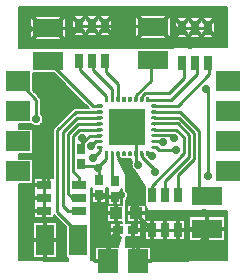
<source format=gtl>
G04 DipTrace 2.4.0.2*
%INSocialLight.gtl*%
%MOIN*%
%ADD13C,0.01*%
%ADD14C,0.006*%
%ADD15C,0.013*%
%ADD19R,0.124X0.124*%
%ADD20C,0.028*%
%ADD21R,0.0276X0.0354*%
%ADD23R,0.0276X0.0512*%
%ADD25R,0.1024X0.063*%
%ADD27R,0.0512X0.0276*%
%ADD29R,0.063X0.1024*%
%ADD30R,0.0354X0.0276*%
%ADD31R,0.0433X0.0394*%
%ADD32R,0.08X0.0669*%
%ADD33R,0.0669X0.08*%
%ADD34C,0.028*%
%FSLAX44Y44*%
G04*
G70*
G90*
G75*
G01*
%LNTop*%
%LPD*%
X7160Y6097D2*
D13*
Y5592D1*
X7219Y5533D1*
Y5027D1*
X7262Y4983D1*
X7160Y6097D2*
X6690D1*
X6635Y6151D1*
Y5697D1*
Y5163D1*
Y4930D1*
X6973Y4592D1*
Y3973D1*
X6937Y3937D1*
X6973Y4592D2*
Y4695D1*
X7262Y4983D1*
X7869Y7531D2*
Y7238D1*
X7957Y7150D1*
X7375Y6131D2*
X7160D1*
Y6097D1*
X7869Y7531D2*
Y8131D1*
X7574Y8427D1*
X6742Y5697D2*
X6635D1*
X6762Y5163D2*
X6635D1*
Y6663D2*
Y7056D1*
Y7108D1*
X6880Y7353D1*
Y7526D1*
X6885Y7531D1*
X6635Y7108D2*
X6108D1*
X6048Y7168D1*
X7278Y7531D2*
Y7407D1*
X7853Y6833D1*
Y5828D1*
Y5568D1*
X7888Y5533D1*
Y5098D1*
X7774Y4983D1*
X7888Y5533D2*
Y5507D1*
X8413Y4982D1*
X7774Y4983D2*
Y4565D1*
Y4100D1*
X7937Y3937D1*
X8413Y4982D2*
X8846D1*
X9279D1*
X10150D1*
X10205D1*
X10251Y5027D1*
X4809Y6480D2*
Y6047D1*
Y5614D1*
Y4694D1*
X4850Y4653D1*
X6622Y7056D2*
X6635D1*
X4809Y6047D2*
X4439D1*
X4425Y6032D1*
X7839Y5828D2*
X7853D1*
X10150Y4616D2*
Y4982D1*
X10267Y6785D2*
Y9635D1*
X10216Y9687D1*
X4936Y11714D2*
X4373D1*
X4324Y11665D1*
X9419Y11720D2*
X9230D1*
X9168Y11658D1*
X5107Y9848D2*
Y9543D1*
X5174D1*
Y9144D1*
X4947Y8917D1*
Y6618D1*
X4809Y6480D1*
X4936Y11714D2*
X5906D1*
X5975Y11783D1*
X6408D1*
X6841D1*
X8403D1*
X8441Y11745D1*
X9419Y11720D2*
X9852D1*
X10286D1*
X7853Y4565D2*
X7774D1*
X5128Y9543D2*
X5107D1*
X9347Y4278D2*
X9783D1*
X9827Y4235D1*
X10280D1*
X10304Y4258D1*
X10694D1*
X10711Y4242D1*
X10304Y4258D2*
Y4462D1*
X10150Y4616D1*
X4361Y5339D2*
Y5098D1*
X4197Y4934D1*
Y5699D1*
X4185Y5712D1*
X4876Y10090D2*
Y9899D1*
X4681Y9704D1*
X5107Y9848D2*
Y9859D1*
X4876Y10090D1*
X5128Y9543D2*
Y9827D1*
X5107Y9848D1*
X7160Y6608D2*
X7089D1*
Y7524D1*
X7082Y7531D1*
X6048Y7680D2*
Y7837D1*
X6176Y7965D1*
X6331Y8121D1*
X6667D1*
X6678Y8131D1*
X6070Y8046D2*
X6151Y7965D1*
X6176D1*
X4558Y8674D2*
Y9316D1*
X3937Y9937D1*
X6678Y7934D2*
X6540D1*
X6389Y7784D1*
X6678Y7738D2*
Y7608D1*
X6445Y7375D1*
X8066Y7531D2*
Y7402D1*
X8493Y6976D1*
Y6900D1*
X8263Y7531D2*
X8306D1*
X8399Y7438D1*
X8469Y7738D2*
X8556D1*
X8648Y7645D1*
X9212D1*
X9222Y7634D1*
X8469Y7934D2*
X8735D1*
X8767Y7902D1*
X8469Y8131D2*
X8616D1*
X8638Y8154D1*
X9036D1*
X9127Y8063D1*
X8413Y6143D2*
Y6464D1*
X9484Y7535D1*
Y8068D1*
X9225Y8327D1*
X8470D1*
X8469Y8328D1*
X8846Y6143D2*
Y6620D1*
X9653Y7426D1*
Y8141D1*
X9259Y8534D1*
X8479D1*
X8469Y8525D1*
X9279Y6143D2*
Y6816D1*
X9821Y7358D1*
Y8200D1*
X9310Y8711D1*
X8480D1*
X8469Y8722D1*
Y8919D2*
X9348D1*
X9986Y8281D1*
Y6394D1*
X10251Y6130D1*
X8469Y9116D2*
X9273D1*
X10322Y10165D1*
Y10523D1*
X10286Y10559D1*
X8263Y9322D2*
X9054D1*
X9899Y10168D1*
Y10513D1*
X9852Y10559D1*
X8066Y9322D2*
Y9431D1*
X8170Y9535D1*
X8982D1*
X9480Y10032D1*
Y10499D1*
X9419Y10559D1*
X7869Y9322D2*
Y9465D1*
X8364Y9960D1*
Y10565D1*
X8441Y10643D1*
X7278Y9322D2*
Y9847D1*
X6863Y10262D1*
Y10599D1*
X6841Y10622D1*
X7082Y9322D2*
Y9671D1*
X6442Y10311D1*
Y10588D1*
X6408Y10622D1*
X6885Y9322D2*
Y9438D1*
X5995Y10328D1*
Y10602D1*
X5975Y10622D1*
X6678Y9116D2*
X6433D1*
X4936Y10612D1*
X5953Y4653D2*
Y4879D1*
X5252Y5580D1*
Y8298D1*
X5863Y8908D1*
X6667D1*
X6678Y8919D1*
Y8722D2*
X5905D1*
X5427Y8244D1*
Y5771D1*
X5598Y5601D1*
X5958D1*
X5970Y5614D1*
Y6480D2*
Y6731D1*
X5778Y6924D1*
Y8120D1*
X5961Y8304D1*
X6653D1*
X6678Y8328D1*
X5970Y6047D2*
X5757D1*
X5593Y6211D1*
Y8175D1*
X5942Y8524D1*
X6677D1*
X6678Y8525D1*
D34*
X6389Y7784D3*
X6445Y7375D3*
X7957Y7150D3*
X8493Y6900D3*
X8399Y7438D3*
X9222Y7634D3*
X8767Y7902D3*
X9127Y8063D3*
X6070Y8046D3*
X4558Y8674D3*
X6622Y7056D3*
X4425Y6032D3*
X7839Y5828D3*
X7375Y6131D3*
X5107Y9848D3*
X10216Y9687D3*
X10267Y6785D3*
X10150Y4616D3*
X4324Y11665D3*
X9168Y11658D3*
X4361Y5339D3*
X4291Y4495D3*
X4681Y9704D3*
X5632Y11673D3*
X7432D3*
X9662Y11161D3*
X10148Y5554D3*
X9347Y4278D3*
X8852Y4306D3*
X7853Y4565D3*
X6742Y5697D3*
X6762Y5163D3*
X4876Y10090D3*
X5128Y9543D3*
X4185Y5712D3*
X4197Y4934D3*
X10304Y4258D3*
X9827Y4235D3*
X10711Y4242D3*
X3977Y12350D2*
D14*
X10895D1*
X3976Y12292D2*
X10895D1*
X3976Y12233D2*
X10895D1*
X3976Y12175D2*
X10894D1*
X3976Y12116D2*
X4326D1*
X5546D2*
X5739D1*
X7077D2*
X7831D1*
X9051D2*
X10894D1*
X3976Y12058D2*
X4326D1*
X5546D2*
X5739D1*
X7077D2*
X7831D1*
X9051D2*
X9184D1*
X10521D2*
X10894D1*
X3975Y11999D2*
X4326D1*
X5546D2*
X5739D1*
X7077D2*
X7831D1*
X9051D2*
X9184D1*
X10521D2*
X10894D1*
X3975Y11941D2*
X4326D1*
X5546D2*
X5739D1*
X7077D2*
X7831D1*
X9051D2*
X9184D1*
X10521D2*
X10894D1*
X3975Y11882D2*
X4326D1*
X5546D2*
X5739D1*
X7077D2*
X7831D1*
X9051D2*
X9184D1*
X10521D2*
X10894D1*
X3975Y11824D2*
X4326D1*
X5546D2*
X5739D1*
X7077D2*
X7831D1*
X9051D2*
X9184D1*
X10521D2*
X10894D1*
X3975Y11765D2*
X4326D1*
X5546D2*
X5739D1*
X7077D2*
X7831D1*
X9051D2*
X9184D1*
X10521D2*
X10893D1*
X3974Y11707D2*
X4326D1*
X5546D2*
X5739D1*
X7077D2*
X7831D1*
X9051D2*
X9184D1*
X10521D2*
X10893D1*
X3974Y11648D2*
X4326D1*
X5546D2*
X5739D1*
X7077D2*
X7831D1*
X9051D2*
X9184D1*
X10521D2*
X10893D1*
X3974Y11590D2*
X4326D1*
X5546D2*
X5739D1*
X7077D2*
X7831D1*
X9051D2*
X9184D1*
X10521D2*
X10893D1*
X3974Y11531D2*
X4326D1*
X5546D2*
X5739D1*
X7077D2*
X7831D1*
X9051D2*
X9184D1*
X10521D2*
X10893D1*
X3974Y11473D2*
X4326D1*
X5546D2*
X5739D1*
X7077D2*
X7831D1*
X9051D2*
X9184D1*
X10521D2*
X10893D1*
X3974Y11414D2*
X4326D1*
X5546D2*
X7831D1*
X9051D2*
X9184D1*
X10521D2*
X10893D1*
X3973Y11355D2*
X4326D1*
X5546D2*
X7831D1*
X9051D2*
X10893D1*
X3973Y11297D2*
X10892D1*
X3973Y11238D2*
X10892D1*
X3973Y11180D2*
X10892D1*
X3973Y11121D2*
X10892D1*
X3973Y11063D2*
X8480D1*
X10061Y12069D2*
X10516D1*
Y11372D1*
X9189D1*
Y12069D1*
X10061D1*
X6617Y12132D2*
X7071D1*
Y11435D1*
X5745D1*
Y12132D1*
X6617D1*
X4338Y12121D2*
X5541D1*
Y11307D1*
X4332D1*
Y12121D1*
X4338D1*
X7843Y12152D2*
X9045D1*
Y11338D1*
X7837D1*
Y12152D1*
X7843D1*
X3971Y12379D2*
X3967Y11054D1*
X7378Y11061D1*
X10898Y11068D1*
X10901Y12402D1*
X3971Y12409D1*
Y12379D1*
X10056Y12068D2*
D15*
X10515Y11372D1*
Y12068D2*
X10056Y11372D1*
X9623Y12068D2*
X10082Y11372D1*
Y12068D2*
X9623Y11372D1*
X9189Y12068D2*
X9649Y11372D1*
Y12068D2*
X9189Y11372D1*
X6611Y12131D2*
X7071Y11435D1*
Y12131D2*
X6611Y11435D1*
X6178Y12131D2*
X6638Y11435D1*
Y12131D2*
X6178Y11435D1*
X5745Y12131D2*
X6205Y11435D1*
Y12131D2*
X5745Y11435D1*
X4333Y12121D2*
X5540Y11307D1*
Y12121D2*
X4333Y11307D1*
X7837Y12152D2*
X9045Y11338D1*
Y12152D2*
X7837Y11338D1*
X4435Y10181D2*
D14*
X5160D1*
X4435Y10123D2*
X5218D1*
X4435Y10064D2*
X5277D1*
X4435Y10006D2*
X5335D1*
X4435Y9947D2*
X5394D1*
X4435Y9889D2*
X5453D1*
X4435Y9830D2*
X5511D1*
X4435Y9772D2*
X5569D1*
X4435Y9713D2*
X5627D1*
X4435Y9655D2*
X5686D1*
X4485Y9596D2*
X5745D1*
X4544Y9538D2*
X5803D1*
X4602Y9479D2*
X5862D1*
X4660Y9421D2*
X5920D1*
X4698Y9362D2*
X5979D1*
X4705Y9303D2*
X6038D1*
X4705Y9245D2*
X6096D1*
X4705Y9186D2*
X6155D1*
X4705Y9128D2*
X6213D1*
X4705Y9069D2*
X6272D1*
X4705Y9011D2*
X5758D1*
X4705Y8952D2*
X5699D1*
X4705Y8894D2*
X5641D1*
X4731Y8835D2*
X5583D1*
X4772Y8777D2*
X5525D1*
X4791Y8718D2*
X5466D1*
X4795Y8660D2*
X5407D1*
X4784Y8601D2*
X5349D1*
X4755Y8543D2*
X5290D1*
X3974Y8484D2*
X4418D1*
X4697D2*
X5232D1*
X3974Y8426D2*
X5173D1*
X3974Y8367D2*
X5123D1*
X4435Y8308D2*
X5105D1*
X4435Y8250D2*
X5104D1*
X4435Y8191D2*
X5104D1*
X4435Y8133D2*
X5104D1*
X4435Y8074D2*
X5104D1*
X4435Y8016D2*
X5104D1*
X4435Y7957D2*
X5104D1*
X4435Y7899D2*
X5104D1*
X4435Y7840D2*
X5104D1*
X4435Y7782D2*
X5104D1*
X4435Y7723D2*
X5104D1*
X4435Y7665D2*
X5104D1*
X4435Y7606D2*
X5104D1*
X4435Y7548D2*
X5104D1*
X3975Y7489D2*
X5104D1*
X3975Y7431D2*
X5104D1*
X3975Y7372D2*
X5104D1*
X4435Y7313D2*
X5104D1*
X4435Y7255D2*
X5104D1*
X4435Y7196D2*
X5104D1*
X4435Y7138D2*
X5104D1*
X4435Y7079D2*
X5104D1*
X4435Y7021D2*
X5104D1*
X4435Y6962D2*
X5104D1*
X4435Y6904D2*
X5104D1*
X4435Y6845D2*
X5104D1*
X4435Y6787D2*
X5104D1*
X4435Y6728D2*
X5104D1*
X3976Y6494D2*
X4455D1*
X3976Y6436D2*
X4455D1*
X3976Y6377D2*
X4455D1*
X3976Y6318D2*
X4455D1*
X3976Y6260D2*
X4455D1*
X3976Y6201D2*
X4455D1*
X3976Y6143D2*
X4455D1*
X3976Y6084D2*
X4455D1*
X3976Y6026D2*
X4455D1*
X3976Y5967D2*
X4455D1*
X3976Y5909D2*
X4455D1*
X3976Y5850D2*
X4455D1*
X3976Y5792D2*
X4455D1*
X3976Y5733D2*
X4455D1*
X3976Y5675D2*
X4455D1*
X3976Y5616D2*
X4455D1*
X3976Y5558D2*
X4455D1*
X3976Y5499D2*
X4455D1*
X3976Y5440D2*
X4455D1*
X3976Y5382D2*
X5243D1*
X3976Y5323D2*
X5301D1*
X3976Y5265D2*
X5360D1*
X3976Y5206D2*
X4437D1*
X5264D2*
X5419D1*
X3976Y5148D2*
X4437D1*
X5264D2*
X5477D1*
X3976Y5089D2*
X4437D1*
X5264D2*
X5536D1*
X3976Y5031D2*
X4437D1*
X5264D2*
X5540D1*
X3976Y4972D2*
X4437D1*
X5264D2*
X5540D1*
X3976Y4914D2*
X4437D1*
X5264D2*
X5540D1*
X3976Y4855D2*
X4437D1*
X5264D2*
X5540D1*
X3976Y4797D2*
X4437D1*
X5264D2*
X5540D1*
X3977Y4738D2*
X4437D1*
X5264D2*
X5540D1*
X3977Y4680D2*
X4437D1*
X5264D2*
X5540D1*
X3977Y4621D2*
X4437D1*
X5264D2*
X5540D1*
X3977Y4563D2*
X4437D1*
X5264D2*
X5540D1*
X3977Y4504D2*
X4437D1*
X5264D2*
X5540D1*
X3977Y4445D2*
X4437D1*
X5264D2*
X5540D1*
X3977Y4387D2*
X4437D1*
X5264D2*
X5540D1*
X3977Y4328D2*
X4437D1*
X5264D2*
X5540D1*
X3977Y4270D2*
X4437D1*
X5264D2*
X5540D1*
X3977Y4211D2*
X4437D1*
X5264D2*
X5540D1*
X3977Y4153D2*
X4437D1*
X5264D2*
X5540D1*
X3977Y4094D2*
X4437D1*
X5264D2*
X5540D1*
X3977Y4036D2*
X5604D1*
X4094Y3977D2*
X5597D1*
X4467Y6710D2*
X5110D1*
Y8298D1*
X5113Y8327D1*
X5122Y8356D1*
X5134Y8377D1*
X5173Y8420D1*
X5762Y9009D1*
X5785Y9027D1*
X5812Y9041D1*
X5835Y9048D1*
X5892Y9050D1*
X6297D1*
X6057Y9290D1*
X5143Y10204D1*
X4429D1*
Y9736D1*
Y9645D1*
X4567Y9509D1*
X4658Y9417D1*
X4677Y9394D1*
X4691Y9367D1*
X4697Y9344D1*
X4700Y9287D1*
Y8857D1*
X4728Y8831D1*
X4747Y8808D1*
X4763Y8783D1*
X4775Y8755D1*
X4784Y8727D1*
X4789Y8697D1*
X4790Y8674D1*
X4788Y8644D1*
X4782Y8615D1*
X4773Y8586D1*
X4760Y8559D1*
X4743Y8534D1*
X4724Y8512D1*
X4702Y8492D1*
X4677Y8475D1*
X4651Y8461D1*
X4622Y8451D1*
X4593Y8444D1*
X4563Y8442D1*
X4534Y8443D1*
X4504Y8448D1*
X4475Y8457D1*
X4448Y8469D1*
X4423Y8485D1*
X4394Y8510D1*
X3968D1*
X3969Y8364D1*
X4429D1*
Y7510D1*
X3968D1*
X3969Y7363D1*
X4429Y7364D1*
Y6510D1*
X3970D1*
Y6080D1*
X3971Y3978D1*
X5599Y3961D1*
X5612Y4048D1*
X5545D1*
Y5085D1*
X5157Y5473D1*
Y5383D1*
X4461D1*
Y6710D1*
X4467D1*
X4449Y5257D2*
X5258D1*
Y4048D1*
X4443D1*
Y5257D1*
X4449D1*
X4809Y6710D2*
D15*
Y6480D1*
X4461D2*
X4809D1*
X4461Y6047D2*
X4809D1*
Y5614D2*
Y5384D1*
X4461Y5614D2*
X4809D1*
X4850Y5257D2*
Y4049D1*
X4443Y4653D2*
X5257D1*
X7304Y7308D2*
D14*
X7721D1*
X7333Y7250D2*
X7721D1*
X7361Y7191D2*
X7722D1*
X7389Y7133D2*
X7719D1*
X7417Y7074D2*
X7731D1*
X7445Y7016D2*
X7761D1*
X7473Y6957D2*
X7821D1*
X7502Y6899D2*
X7875D1*
X7530Y6840D2*
X7913D1*
X7552Y6782D2*
X7950D1*
X7552Y6723D2*
X7987D1*
X7552Y6665D2*
X8025D1*
X7551Y6606D2*
X8062D1*
X7551Y6548D2*
X8100D1*
X7551Y6489D2*
X8137D1*
X7551Y6430D2*
X8175D1*
X7551Y6372D2*
X8177D1*
X7551Y6313D2*
X8177D1*
X7578Y6255D2*
X8177D1*
X7604Y6196D2*
X8177D1*
X7613Y6138D2*
X8177D1*
X7608Y6079D2*
X8177D1*
X7585Y6021D2*
X8177D1*
X7550Y5962D2*
X8177D1*
X7549Y5904D2*
X8177D1*
X7549Y5845D2*
X8177D1*
X8202Y5611D2*
X10915D1*
X8202Y5553D2*
X10915D1*
X8202Y5494D2*
X10914D1*
X8202Y5435D2*
X10914D1*
X8202Y5377D2*
X9641D1*
X10861D2*
X10914D1*
X9515Y5318D2*
X9641D1*
X10861D2*
X10914D1*
X9515Y5260D2*
X9641D1*
X10861D2*
X10914D1*
X8049Y5201D2*
X8177D1*
X9515D2*
X9641D1*
X10861D2*
X10914D1*
X8049Y5143D2*
X8177D1*
X9515D2*
X9641D1*
X10861D2*
X10914D1*
X8049Y5084D2*
X8177D1*
X9515D2*
X9641D1*
X10861D2*
X10914D1*
X8049Y5026D2*
X8177D1*
X9515D2*
X9641D1*
X10861D2*
X10914D1*
X8049Y4967D2*
X8177D1*
X9515D2*
X9641D1*
X10861D2*
X10914D1*
X8049Y4909D2*
X8177D1*
X9515D2*
X9641D1*
X10861D2*
X10914D1*
X8049Y4850D2*
X8177D1*
X9515D2*
X9641D1*
X10861D2*
X10914D1*
X8049Y4792D2*
X8177D1*
X9515D2*
X9641D1*
X10861D2*
X10914D1*
X7546Y4733D2*
X8177D1*
X9515D2*
X9641D1*
X10861D2*
X10913D1*
X7546Y4675D2*
X8177D1*
X9515D2*
X9641D1*
X10861D2*
X10913D1*
X7546Y4616D2*
X10913D1*
X7546Y4558D2*
X10913D1*
X7546Y4499D2*
X10913D1*
X7545Y4440D2*
X10913D1*
X8370Y4382D2*
X10913D1*
X8370Y4323D2*
X10913D1*
X8370Y4265D2*
X10913D1*
X8370Y4206D2*
X10913D1*
X8370Y4148D2*
X10913D1*
X8370Y4089D2*
X10913D1*
X8370Y4031D2*
X10913D1*
X8370Y3972D2*
X10912D1*
X7303Y7350D2*
X7278D1*
X7543Y6801D1*
X7546Y6789D1*
X7544Y6290D1*
X7565Y6266D1*
X7580Y6240D1*
X7593Y6213D1*
X7601Y6184D1*
X7606Y6155D1*
X7607Y6131D1*
X7605Y6101D1*
X7600Y6072D1*
X7590Y6044D1*
X7577Y6017D1*
X7561Y5992D1*
X7543Y5971D1*
X7542Y5213D1*
X7738D1*
X8043D1*
Y4753D1*
X7540D1*
Y4429D1*
X8364D1*
Y3957D1*
X10919Y3969D1*
X10921Y5626D1*
X8270Y5623D1*
X8245Y5638D1*
X8241Y5647D1*
X8213Y5795D1*
X8197Y5792D1*
Y5330D1*
X9077D1*
X9510D1*
Y4633D1*
X8183D1*
Y5244D1*
X7579Y5243D1*
Y5822D1*
X8183D1*
Y6428D1*
X7854Y6941D1*
X7822Y6961D1*
X7799Y6980D1*
X7778Y7001D1*
X7760Y7025D1*
X7746Y7052D1*
X7735Y7079D1*
X7728Y7108D1*
X7725Y7138D1*
Y7168D1*
X7731Y7204D1*
X7727Y7238D1*
X7725Y7325D1*
X7720Y7350D1*
X7617D1*
X7583Y7357D1*
X7524Y7350D1*
X7421D1*
X7386Y7357D1*
X7328Y7350D1*
X7303D1*
X9653Y5435D2*
X10855D1*
Y4620D1*
X9647D1*
Y5435D1*
X9653D1*
X8413Y5330D2*
D15*
Y4634D1*
X8183Y4982D2*
X8413D1*
X8846Y5330D2*
Y4634D1*
X9279Y5330D2*
Y4634D1*
Y4982D2*
X9509D1*
X10251Y5434D2*
Y4620D1*
X9647Y5027D2*
X10855D1*
X7774Y5213D2*
Y4753D1*
Y4983D2*
X8043D1*
X7888Y5822D2*
Y5243D1*
X7579Y5533D2*
X8197D1*
X7937Y4429D2*
Y3937D1*
X8364D1*
X6871Y6315D2*
D14*
X6924D1*
X6871Y6257D2*
X6924D1*
X6871Y6198D2*
X6924D1*
X6871Y6140D2*
X6924D1*
X6871Y6081D2*
X6924D1*
X6871Y6023D2*
X6924D1*
X6871Y5964D2*
X6924D1*
X6871Y5906D2*
X6924D1*
X6378Y5847D2*
X6924D1*
X6378Y5789D2*
X6904D1*
X6378Y5730D2*
X6904D1*
X6378Y5672D2*
X6904D1*
X6378Y5613D2*
X6904D1*
X6378Y5555D2*
X6904D1*
X6378Y5496D2*
X6904D1*
X6378Y5438D2*
X6904D1*
X6378Y5379D2*
X6904D1*
X6378Y5320D2*
X6904D1*
X6378Y5262D2*
X6904D1*
X6378Y5203D2*
X6986D1*
X6378Y5145D2*
X6986D1*
X6378Y5086D2*
X6986D1*
X6378Y5028D2*
X6986D1*
X6378Y4969D2*
X6986D1*
X6378Y4911D2*
X6986D1*
X6378Y4852D2*
X6986D1*
X6378Y4794D2*
X6986D1*
X6378Y4735D2*
X7363D1*
X6378Y4677D2*
X7346D1*
X6378Y4618D2*
X7330D1*
X6378Y4560D2*
X7313D1*
X6378Y4501D2*
X7295D1*
X6378Y4443D2*
X7278D1*
X6378Y4384D2*
X6504D1*
X6378Y4325D2*
X6504D1*
X6378Y4267D2*
X6504D1*
X6378Y4208D2*
X6504D1*
X6378Y4150D2*
X6504D1*
X6378Y4091D2*
X6504D1*
X6378Y4033D2*
X6504D1*
X6378Y3974D2*
X6504D1*
X7390Y6362D2*
Y5827D1*
X6929D1*
X6930Y6366D1*
X6864Y6368D1*
X6865Y6349D1*
Y5882D1*
X6405D1*
Y6373D1*
X6371Y6374D1*
Y3965D1*
X6510D1*
Y4429D1*
X7280D1*
X7375Y4753D1*
X6992D1*
Y5213D1*
X7406D1*
X7405Y5244D1*
X7384Y5243D1*
X6910D1*
Y5822D1*
X7413Y5823D1*
X7421Y5855D1*
X7422Y6361D1*
X7390Y6362D1*
X7389Y6339D1*
X7160Y6097D2*
D15*
Y5827D1*
X6930Y6097D2*
X7390D1*
X6635Y6151D2*
Y5882D1*
X6405Y6151D2*
X6865D1*
X7262Y5213D2*
Y4753D1*
X6993Y4983D2*
X7262D1*
X7219Y5822D2*
Y5243D1*
X6910Y5533D2*
X7219D1*
X6937Y4429D2*
Y3937D1*
X6510D2*
X6937D1*
G36*
X8428Y7792D2*
X8558D1*
Y7683D1*
X8428D1*
X8414Y7687D1*
X8402Y7694D1*
X8392Y7704D1*
X8385Y7716D1*
X8381Y7730D1*
Y7745D1*
X8385Y7759D1*
X8392Y7771D1*
X8402Y7781D1*
X8414Y7788D1*
X8428Y7792D1*
G37*
G36*
Y7989D2*
X8558D1*
Y7880D1*
X8428D1*
X8414Y7884D1*
X8402Y7891D1*
X8392Y7901D1*
X8385Y7913D1*
X8381Y7927D1*
Y7942D1*
X8385Y7956D1*
X8392Y7968D1*
X8402Y7978D1*
X8414Y7985D1*
X8428Y7989D1*
G37*
G36*
Y8186D2*
X8558D1*
Y8077D1*
X8428D1*
X8414Y8080D1*
X8402Y8088D1*
X8392Y8098D1*
X8385Y8110D1*
X8381Y8124D1*
Y8138D1*
X8385Y8153D1*
X8392Y8165D1*
X8402Y8175D1*
X8414Y8182D1*
X8428Y8186D1*
G37*
G36*
Y8383D2*
X8558D1*
Y8273D1*
X8428D1*
X8414Y8277D1*
X8402Y8284D1*
X8392Y8295D1*
X8385Y8307D1*
X8381Y8321D1*
Y8335D1*
X8385Y8349D1*
X8392Y8362D1*
X8402Y8372D1*
X8414Y8379D1*
X8428Y8383D1*
G37*
G36*
Y8580D2*
X8558D1*
Y8470D1*
X8428D1*
X8414Y8474D1*
X8402Y8481D1*
X8392Y8492D1*
X8385Y8504D1*
X8381Y8518D1*
Y8532D1*
X8385Y8546D1*
X8392Y8558D1*
X8402Y8569D1*
X8414Y8576D1*
X8428Y8580D1*
G37*
G36*
Y8777D2*
X8558D1*
Y8667D1*
X8428D1*
X8414Y8671D1*
X8402Y8678D1*
X8392Y8688D1*
X8385Y8701D1*
X8381Y8715D1*
Y8729D1*
X8385Y8743D1*
X8392Y8755D1*
X8402Y8766D1*
X8414Y8773D1*
X8428Y8777D1*
G37*
G36*
Y8973D2*
X8558D1*
Y8864D1*
X8428D1*
X8414Y8868D1*
X8402Y8875D1*
X8392Y8885D1*
X8385Y8897D1*
X8381Y8912D1*
Y8926D1*
X8385Y8940D1*
X8392Y8952D1*
X8402Y8962D1*
X8414Y8969D1*
X8428Y8973D1*
G37*
G36*
Y9170D2*
X8558D1*
Y9061D1*
X8428D1*
X8414Y9065D1*
X8402Y9072D1*
X8392Y9082D1*
X8385Y9094D1*
X8381Y9108D1*
Y9123D1*
X8385Y9137D1*
X8392Y9149D1*
X8402Y9159D1*
X8414Y9166D1*
X8428Y9170D1*
G37*
G36*
X8208Y9281D2*
Y9411D1*
X8317D1*
Y9281D1*
X8313Y9267D1*
X8306Y9255D1*
X8296Y9245D1*
X8284Y9238D1*
X8270Y9234D1*
X8256D1*
X8241Y9238D1*
X8229Y9245D1*
X8219Y9255D1*
X8212Y9267D1*
X8208Y9281D1*
G37*
G36*
X8011D2*
Y9411D1*
X8121D1*
Y9281D1*
X8117Y9267D1*
X8109Y9255D1*
X8099Y9245D1*
X8087Y9238D1*
X8073Y9234D1*
X8059D1*
X8045Y9238D1*
X8032Y9245D1*
X8022Y9255D1*
X8015Y9267D1*
X8011Y9281D1*
G37*
G36*
X7814D2*
Y9411D1*
X7924D1*
Y9281D1*
X7920Y9267D1*
X7913Y9255D1*
X7902Y9245D1*
X7890Y9238D1*
X7876Y9234D1*
X7862D1*
X7848Y9238D1*
X7835Y9245D1*
X7825Y9255D1*
X7818Y9267D1*
X7814Y9281D1*
G37*
G36*
X7617D2*
Y9411D1*
X7727D1*
Y9281D1*
X7723Y9267D1*
X7716Y9255D1*
X7706Y9245D1*
X7693Y9238D1*
X7679Y9234D1*
X7665D1*
X7651Y9238D1*
X7639Y9245D1*
X7628Y9255D1*
X7621Y9267D1*
X7617Y9281D1*
G37*
G36*
X7421D2*
Y9411D1*
X7530D1*
Y9281D1*
X7526Y9267D1*
X7519Y9255D1*
X7509Y9245D1*
X7496Y9238D1*
X7482Y9234D1*
X7468D1*
X7454Y9238D1*
X7442Y9245D1*
X7432Y9255D1*
X7424Y9267D1*
X7421Y9281D1*
G37*
G36*
X7224D2*
Y9411D1*
X7333D1*
Y9281D1*
X7329Y9267D1*
X7322Y9255D1*
X7312Y9245D1*
X7300Y9238D1*
X7285Y9234D1*
X7271D1*
X7257Y9238D1*
X7245Y9245D1*
X7235Y9255D1*
X7228Y9267D1*
X7224Y9281D1*
G37*
G36*
X7027D2*
Y9411D1*
X7136D1*
Y9281D1*
X7132Y9267D1*
X7125Y9255D1*
X7115Y9245D1*
X7103Y9238D1*
X7089Y9234D1*
X7074D1*
X7060Y9238D1*
X7048Y9245D1*
X7038Y9255D1*
X7031Y9267D1*
X7027Y9281D1*
G37*
G36*
X6830D2*
Y9411D1*
X6939D1*
Y9281D1*
X6935Y9267D1*
X6928Y9255D1*
X6918Y9245D1*
X6906Y9238D1*
X6892Y9234D1*
X6878D1*
X6863Y9238D1*
X6851Y9245D1*
X6841Y9255D1*
X6834Y9267D1*
X6830Y9281D1*
G37*
G36*
X6719Y9061D2*
X6589D1*
Y9170D1*
X6719D1*
X6733Y9166D1*
X6745Y9159D1*
X6756Y9149D1*
X6763Y9137D1*
X6767Y9123D1*
Y9108D1*
X6763Y9094D1*
X6756Y9082D1*
X6745Y9072D1*
X6733Y9065D1*
X6719Y9061D1*
G37*
G36*
Y8864D2*
X6589D1*
Y8973D1*
X6719D1*
X6733Y8969D1*
X6745Y8962D1*
X6756Y8952D1*
X6763Y8940D1*
X6767Y8926D1*
Y8912D1*
X6763Y8897D1*
X6756Y8885D1*
X6745Y8875D1*
X6733Y8868D1*
X6719Y8864D1*
G37*
G36*
Y8667D2*
X6589D1*
Y8777D1*
X6719D1*
X6733Y8773D1*
X6745Y8766D1*
X6756Y8755D1*
X6763Y8743D1*
X6767Y8729D1*
Y8715D1*
X6763Y8701D1*
X6756Y8688D1*
X6745Y8678D1*
X6733Y8671D1*
X6719Y8667D1*
G37*
G36*
Y8470D2*
X6589D1*
Y8580D1*
X6719D1*
X6733Y8576D1*
X6745Y8569D1*
X6756Y8558D1*
X6763Y8546D1*
X6767Y8532D1*
Y8518D1*
X6763Y8504D1*
X6756Y8492D1*
X6745Y8481D1*
X6733Y8474D1*
X6719Y8470D1*
G37*
G36*
Y8273D2*
X6589D1*
Y8383D1*
X6719D1*
X6733Y8379D1*
X6745Y8372D1*
X6756Y8362D1*
X6763Y8349D1*
X6767Y8335D1*
Y8321D1*
X6763Y8307D1*
X6756Y8295D1*
X6745Y8284D1*
X6733Y8277D1*
X6719Y8273D1*
G37*
G36*
Y8077D2*
X6589D1*
Y8186D1*
X6719D1*
X6733Y8182D1*
X6745Y8175D1*
X6756Y8165D1*
X6763Y8153D1*
X6767Y8138D1*
Y8124D1*
X6763Y8110D1*
X6756Y8098D1*
X6745Y8088D1*
X6733Y8080D1*
X6719Y8077D1*
G37*
G36*
Y7880D2*
X6589D1*
Y7989D1*
X6719D1*
X6733Y7985D1*
X6745Y7978D1*
X6756Y7968D1*
X6763Y7956D1*
X6767Y7942D1*
Y7927D1*
X6763Y7913D1*
X6756Y7901D1*
X6745Y7891D1*
X6733Y7884D1*
X6719Y7880D1*
G37*
G36*
Y7683D2*
X6589D1*
Y7792D1*
X6719D1*
X6733Y7788D1*
X6745Y7781D1*
X6756Y7771D1*
X6763Y7759D1*
X6767Y7745D1*
Y7730D1*
X6763Y7716D1*
X6756Y7704D1*
X6745Y7694D1*
X6733Y7687D1*
X6719Y7683D1*
G37*
G36*
X6939Y7572D2*
Y7442D1*
X6830D1*
Y7572D1*
X6834Y7586D1*
X6841Y7598D1*
X6851Y7608D1*
X6863Y7616D1*
X6878Y7619D1*
X6892D1*
X6906Y7616D1*
X6918Y7608D1*
X6928Y7598D1*
X6935Y7586D1*
X6939Y7572D1*
G37*
G36*
X7136D2*
Y7442D1*
X7027D1*
Y7572D1*
X7031Y7586D1*
X7038Y7598D1*
X7048Y7608D1*
X7060Y7616D1*
X7074Y7619D1*
X7089D1*
X7103Y7616D1*
X7115Y7608D1*
X7125Y7598D1*
X7132Y7586D1*
X7136Y7572D1*
G37*
G36*
X7333D2*
Y7442D1*
X7224D1*
Y7572D1*
X7228Y7586D1*
X7235Y7598D1*
X7245Y7608D1*
X7257Y7616D1*
X7271Y7619D1*
X7285D1*
X7300Y7616D1*
X7312Y7608D1*
X7322Y7598D1*
X7329Y7586D1*
X7333Y7572D1*
G37*
G36*
X7530D2*
Y7442D1*
X7421D1*
Y7572D1*
X7424Y7586D1*
X7432Y7598D1*
X7442Y7608D1*
X7454Y7616D1*
X7468Y7619D1*
X7482D1*
X7496Y7616D1*
X7509Y7608D1*
X7519Y7598D1*
X7526Y7586D1*
X7530Y7572D1*
G37*
G36*
X7727D2*
Y7442D1*
X7617D1*
Y7572D1*
X7621Y7586D1*
X7628Y7598D1*
X7639Y7608D1*
X7651Y7616D1*
X7665Y7619D1*
X7679D1*
X7693Y7616D1*
X7706Y7608D1*
X7716Y7598D1*
X7723Y7586D1*
X7727Y7572D1*
G37*
G36*
X7924D2*
Y7442D1*
X7814D1*
Y7572D1*
X7818Y7586D1*
X7825Y7598D1*
X7835Y7608D1*
X7848Y7616D1*
X7862Y7619D1*
X7876D1*
X7890Y7616D1*
X7902Y7608D1*
X7913Y7598D1*
X7920Y7586D1*
X7924Y7572D1*
G37*
G36*
X8121D2*
Y7442D1*
X8011D1*
Y7572D1*
X8015Y7586D1*
X8022Y7598D1*
X8032Y7608D1*
X8045Y7616D1*
X8059Y7619D1*
X8073D1*
X8087Y7616D1*
X8099Y7608D1*
X8109Y7598D1*
X8117Y7586D1*
X8121Y7572D1*
G37*
G36*
X8317D2*
Y7442D1*
X8208D1*
Y7572D1*
X8212Y7586D1*
X8219Y7598D1*
X8229Y7608D1*
X8241Y7616D1*
X8256Y7619D1*
X8270D1*
X8284Y7616D1*
X8296Y7608D1*
X8306Y7598D1*
X8313Y7586D1*
X8317Y7572D1*
G37*
D19*
X7574Y8427D3*
D20*
X7734Y8270D3*
X7434D3*
X7134D3*
X8034D3*
X7732Y8570D3*
X7432D3*
X7132D3*
X8032D3*
X7732Y7969D3*
X7432D3*
X7132D3*
X8032D3*
X7732Y8870D3*
X7432D3*
X7132D3*
X8032D3*
D21*
X7160Y6097D3*
Y6608D3*
X6635Y6663D3*
Y6151D3*
D23*
X9279Y6143D3*
X8846D3*
X8413D3*
Y4982D3*
X8846D3*
X9279D3*
D25*
X10251Y6130D3*
Y5027D3*
D23*
X9419Y10559D3*
X9852D3*
X10286D3*
Y11720D3*
X9852D3*
X9419D3*
X5975Y10622D3*
X6408D3*
X6841D3*
Y11783D3*
X6408D3*
X5975D3*
D27*
X5970Y5614D3*
Y6047D3*
Y6480D3*
X4809D3*
Y6047D3*
Y5614D3*
D25*
X4936Y10612D3*
Y11714D3*
X8441Y10643D3*
Y11745D3*
D29*
X5953Y4653D3*
X4850D3*
D21*
X6048Y7680D3*
Y7168D3*
D30*
X7774Y4983D3*
X7262D3*
D31*
X7888Y5533D3*
X7219D3*
D32*
X3937Y8937D3*
Y9937D3*
X10937D3*
Y8937D3*
X3937Y7937D3*
Y6937D3*
X10937Y7937D3*
Y6937D3*
D33*
X7937Y3937D3*
X6937D3*
M02*

</source>
